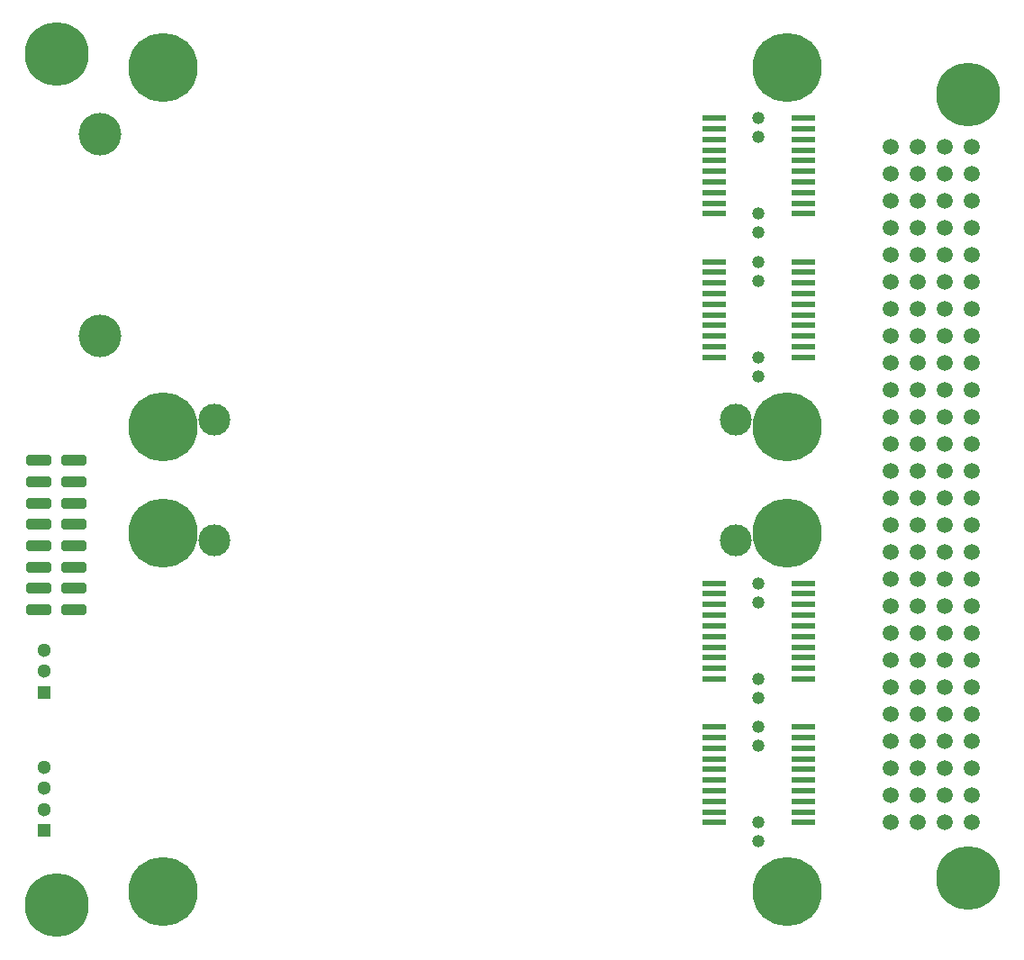
<source format=gbl>
G04 Layer_Physical_Order=10*
G04 Layer_Color=16711680*
%FSLAX44Y44*%
%MOMM*%
G71*
G01*
G75*
%ADD11R,2.2600X0.6100*%
%ADD15C,4.0000*%
%ADD16C,3.0000*%
%ADD17R,1.3000X1.3000*%
%ADD18C,1.3000*%
%ADD19C,1.1900*%
%ADD20C,1.5000*%
%ADD21C,6.0000*%
%ADD22C,6.5000*%
G04:AMPARAMS|DCode=29|XSize=2.37mm|YSize=1mm|CornerRadius=0.25mm|HoleSize=0mm|Usage=FLASHONLY|Rotation=180.000|XOffset=0mm|YOffset=0mm|HoleType=Round|Shape=RoundedRectangle|*
%AMROUNDEDRECTD29*
21,1,2.3700,0.5000,0,0,180.0*
21,1,1.8700,1.0000,0,0,180.0*
1,1,0.5000,-0.9350,0.2500*
1,1,0.5000,0.9350,0.2500*
1,1,0.5000,0.9350,-0.2500*
1,1,0.5000,-0.9350,-0.2500*
%
%ADD29ROUNDEDRECTD29*%
D11*
X633550Y-322300D02*
D03*
Y-312300D02*
D03*
Y-302300D02*
D03*
Y-292300D02*
D03*
Y-282300D02*
D03*
Y-272300D02*
D03*
Y-262300D02*
D03*
Y-252300D02*
D03*
Y-242300D02*
D03*
Y-232300D02*
D03*
X549750D02*
D03*
Y-242300D02*
D03*
Y-252300D02*
D03*
Y-262300D02*
D03*
Y-272300D02*
D03*
Y-282300D02*
D03*
Y-292300D02*
D03*
Y-302300D02*
D03*
Y-312300D02*
D03*
Y-322300D02*
D03*
X633550Y115000D02*
D03*
Y125000D02*
D03*
Y135000D02*
D03*
Y145000D02*
D03*
Y155000D02*
D03*
Y165000D02*
D03*
Y175000D02*
D03*
Y185000D02*
D03*
Y195000D02*
D03*
Y205000D02*
D03*
X549750D02*
D03*
Y195000D02*
D03*
Y185000D02*
D03*
Y175000D02*
D03*
Y165000D02*
D03*
Y155000D02*
D03*
Y145000D02*
D03*
Y135000D02*
D03*
Y125000D02*
D03*
Y115000D02*
D03*
X633550Y250000D02*
D03*
Y260000D02*
D03*
Y270000D02*
D03*
Y280000D02*
D03*
Y290000D02*
D03*
Y300000D02*
D03*
Y310000D02*
D03*
Y320000D02*
D03*
Y330000D02*
D03*
Y340000D02*
D03*
X549750D02*
D03*
Y330000D02*
D03*
Y320000D02*
D03*
Y310000D02*
D03*
Y300000D02*
D03*
Y290000D02*
D03*
Y280000D02*
D03*
Y270000D02*
D03*
Y260000D02*
D03*
Y250000D02*
D03*
X633550Y-97300D02*
D03*
Y-107300D02*
D03*
Y-117300D02*
D03*
Y-127300D02*
D03*
Y-137300D02*
D03*
Y-147300D02*
D03*
Y-157300D02*
D03*
Y-167300D02*
D03*
Y-177300D02*
D03*
Y-187300D02*
D03*
X549750D02*
D03*
Y-177300D02*
D03*
Y-167300D02*
D03*
Y-157300D02*
D03*
Y-147300D02*
D03*
Y-137300D02*
D03*
Y-127300D02*
D03*
Y-117300D02*
D03*
Y-107300D02*
D03*
Y-97300D02*
D03*
D15*
X-27500Y325000D02*
D03*
Y135000D02*
D03*
D16*
X80000Y-56650D02*
D03*
X570000D02*
D03*
X80000Y56650D02*
D03*
X570000D02*
D03*
D17*
X-80000Y-200000D02*
D03*
Y-330000D02*
D03*
D18*
Y-180000D02*
D03*
Y-160000D02*
D03*
Y-270000D02*
D03*
Y-310000D02*
D03*
Y-290000D02*
D03*
D19*
X591650Y-340000D02*
D03*
Y-250000D02*
D03*
Y205000D02*
D03*
Y115000D02*
D03*
Y-232300D02*
D03*
Y-322300D02*
D03*
Y97300D02*
D03*
Y187300D02*
D03*
Y232300D02*
D03*
Y322300D02*
D03*
Y-205000D02*
D03*
Y-115000D02*
D03*
Y340000D02*
D03*
Y250000D02*
D03*
Y-97300D02*
D03*
Y-187300D02*
D03*
D20*
X766710Y313440D02*
D03*
X792110D02*
D03*
X766710Y288040D02*
D03*
X792110D02*
D03*
X766710Y262640D02*
D03*
X792110D02*
D03*
X766710Y237240D02*
D03*
X792110D02*
D03*
X766710Y211840D02*
D03*
X792110D02*
D03*
X766710Y186440D02*
D03*
X792110D02*
D03*
X766710Y161040D02*
D03*
X792110D02*
D03*
X766710Y135640D02*
D03*
X792110D02*
D03*
X766710Y110240D02*
D03*
X792110D02*
D03*
X766710Y84840D02*
D03*
X792110D02*
D03*
X766710Y59440D02*
D03*
X792110D02*
D03*
X766710Y34040D02*
D03*
X792110D02*
D03*
X766710Y8640D02*
D03*
X792110D02*
D03*
X766710Y-16760D02*
D03*
X792110D02*
D03*
X766710Y-42160D02*
D03*
X792110D02*
D03*
X766710Y-67560D02*
D03*
X792110D02*
D03*
X766710Y-92960D02*
D03*
X792110D02*
D03*
X766710Y-118360D02*
D03*
X792110D02*
D03*
X766710Y-143760D02*
D03*
X792110D02*
D03*
X766710Y-169160D02*
D03*
X792110D02*
D03*
X766710Y-194560D02*
D03*
X792110D02*
D03*
X766710Y-219960D02*
D03*
X792110D02*
D03*
X766710Y-245360D02*
D03*
X792110D02*
D03*
X766710Y-270760D02*
D03*
X792110D02*
D03*
X766710Y-296160D02*
D03*
X792110D02*
D03*
X766710Y-321560D02*
D03*
X792110D02*
D03*
X741310D02*
D03*
X715910D02*
D03*
X741310Y-296160D02*
D03*
X715910D02*
D03*
X741310Y-270760D02*
D03*
X715910D02*
D03*
X741310Y-245360D02*
D03*
X715910D02*
D03*
X741310Y-219960D02*
D03*
X715910D02*
D03*
X741310Y-194560D02*
D03*
X715910D02*
D03*
X741310Y-169160D02*
D03*
X715910D02*
D03*
X741310Y-143760D02*
D03*
X715910D02*
D03*
X741310Y-118360D02*
D03*
X715910D02*
D03*
X741310Y-92960D02*
D03*
X715910D02*
D03*
X741310Y-67560D02*
D03*
X715910D02*
D03*
X741310Y-42160D02*
D03*
X715910D02*
D03*
X741310Y-16760D02*
D03*
X715910D02*
D03*
X741310Y8640D02*
D03*
X715910D02*
D03*
X741310Y34040D02*
D03*
X715910D02*
D03*
X741310Y59440D02*
D03*
X715910D02*
D03*
X741310Y84840D02*
D03*
X715910D02*
D03*
X741310Y110240D02*
D03*
X715910D02*
D03*
X741310Y135640D02*
D03*
X715910D02*
D03*
X741310Y161040D02*
D03*
X715910D02*
D03*
X741310Y186440D02*
D03*
X715910D02*
D03*
X741310Y211840D02*
D03*
X715910D02*
D03*
X741310Y237240D02*
D03*
X715910D02*
D03*
X741310Y262640D02*
D03*
X715910D02*
D03*
X741310Y288040D02*
D03*
X715910D02*
D03*
X741310Y313440D02*
D03*
X715910D02*
D03*
D21*
X-68650Y-400000D02*
D03*
Y400100D02*
D03*
X788650Y-374600D02*
D03*
Y362000D02*
D03*
D22*
X31350Y-387300D02*
D03*
Y-50000D02*
D03*
Y50000D02*
D03*
Y387300D02*
D03*
X618650Y-50000D02*
D03*
Y50000D02*
D03*
Y387300D02*
D03*
Y-387300D02*
D03*
D29*
X-51800Y17980D02*
D03*
X-85500D02*
D03*
Y-2020D02*
D03*
X-51800D02*
D03*
X-85500Y-22020D02*
D03*
X-51800D02*
D03*
X-85500Y-42020D02*
D03*
X-51800D02*
D03*
X-85500Y-62020D02*
D03*
X-51800D02*
D03*
X-85500Y-82020D02*
D03*
X-51800D02*
D03*
X-85500Y-102020D02*
D03*
X-51800D02*
D03*
X-85500Y-122020D02*
D03*
X-51800D02*
D03*
M02*

</source>
